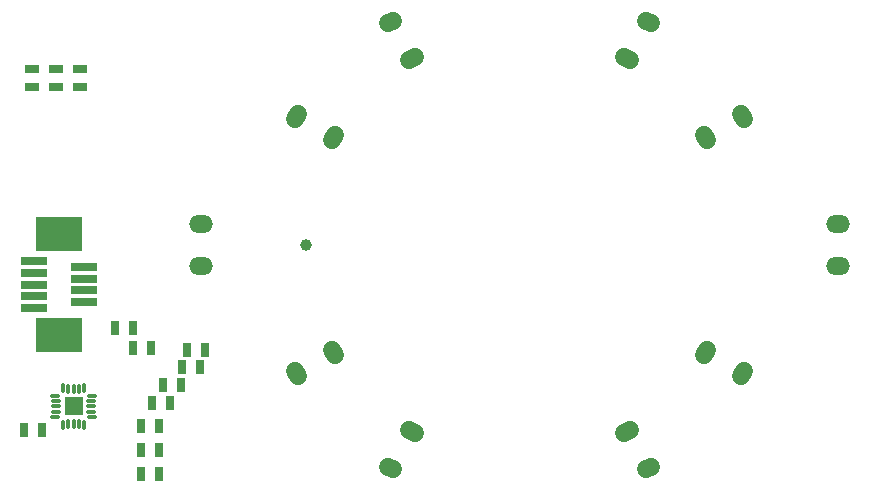
<source format=gbs>
G04 (created by PCBNEW (2013-07-07 BZR 4022)-stable) date 20/03/2014 12:22:34*
%MOIN*%
G04 Gerber Fmt 3.4, Leading zero omitted, Abs format*
%FSLAX34Y34*%
G01*
G70*
G90*
G04 APERTURE LIST*
%ADD10C,0.00590551*%
%ADD11O,0.0393701X0.0106299*%
%ADD12O,0.0106299X0.0393701*%
%ADD13R,0.0629921X0.0629921*%
%ADD14C,0.0393701*%
%ADD15O,0.0787402X0.0590551*%
%ADD16C,0.0590551*%
%ADD17R,0.025X0.045*%
%ADD18R,0.045X0.025*%
%ADD19R,0.0866142X0.0275591*%
%ADD20R,0.15748X0.11811*%
G04 APERTURE END LIST*
G54D10*
G54D11*
X59872Y-63346D03*
X59842Y-63523D03*
X59842Y-63700D03*
X59842Y-63877D03*
X59872Y-64055D03*
G54D12*
X59606Y-64320D03*
X59429Y-64291D03*
X59251Y-64291D03*
X59074Y-64291D03*
X58897Y-64320D03*
G54D11*
X58631Y-64055D03*
X58661Y-63877D03*
X58661Y-63700D03*
X58661Y-63523D03*
X58631Y-63346D03*
G54D12*
X58897Y-63080D03*
X59074Y-63110D03*
X59251Y-63110D03*
X59429Y-63110D03*
X59606Y-63080D03*
G54D13*
X59251Y-63700D03*
G54D14*
X67007Y-58326D03*
G54D15*
X63484Y-59035D03*
X63484Y-57618D03*
X84744Y-59035D03*
X84744Y-57618D03*
G54D16*
X81596Y-54120D02*
X81497Y-53950D01*
X80368Y-54829D02*
X80270Y-54658D01*
X78490Y-50943D02*
X78320Y-50844D01*
X77782Y-52170D02*
X77611Y-52072D01*
X69908Y-50844D02*
X69737Y-50943D01*
X70616Y-52072D02*
X70446Y-52170D01*
X66730Y-53950D02*
X66632Y-54120D01*
X67958Y-54658D02*
X67859Y-54829D01*
X66631Y-62532D02*
X66730Y-62703D01*
X67859Y-61824D02*
X67957Y-61994D01*
X69737Y-65710D02*
X69908Y-65808D01*
X70446Y-64482D02*
X70616Y-64581D01*
X78320Y-65808D02*
X78490Y-65710D01*
X77611Y-64581D02*
X77782Y-64482D01*
X81497Y-62703D02*
X81596Y-62532D01*
X80270Y-61994D02*
X80368Y-61824D01*
G54D17*
X61511Y-64370D03*
X62111Y-64370D03*
X61511Y-65157D03*
X62111Y-65157D03*
X61511Y-65944D03*
X62111Y-65944D03*
X60644Y-61102D03*
X61244Y-61102D03*
G54D18*
X58661Y-53055D03*
X58661Y-52455D03*
G54D17*
X63449Y-62401D03*
X62849Y-62401D03*
X63646Y-61811D03*
X63046Y-61811D03*
G54D18*
X57874Y-52455D03*
X57874Y-53055D03*
G54D17*
X62465Y-63582D03*
X61865Y-63582D03*
X62819Y-62992D03*
X62219Y-62992D03*
X61835Y-61771D03*
X61235Y-61771D03*
G54D18*
X59448Y-53055D03*
X59448Y-52455D03*
G54D19*
X57933Y-60433D03*
X57933Y-60039D03*
X57933Y-59645D03*
X57933Y-59251D03*
X57933Y-58858D03*
X59586Y-59842D03*
X59586Y-59448D03*
X59586Y-60236D03*
X59586Y-59055D03*
G54D20*
X58759Y-61338D03*
X58759Y-57952D03*
G54D17*
X57613Y-64507D03*
X58213Y-64507D03*
M02*

</source>
